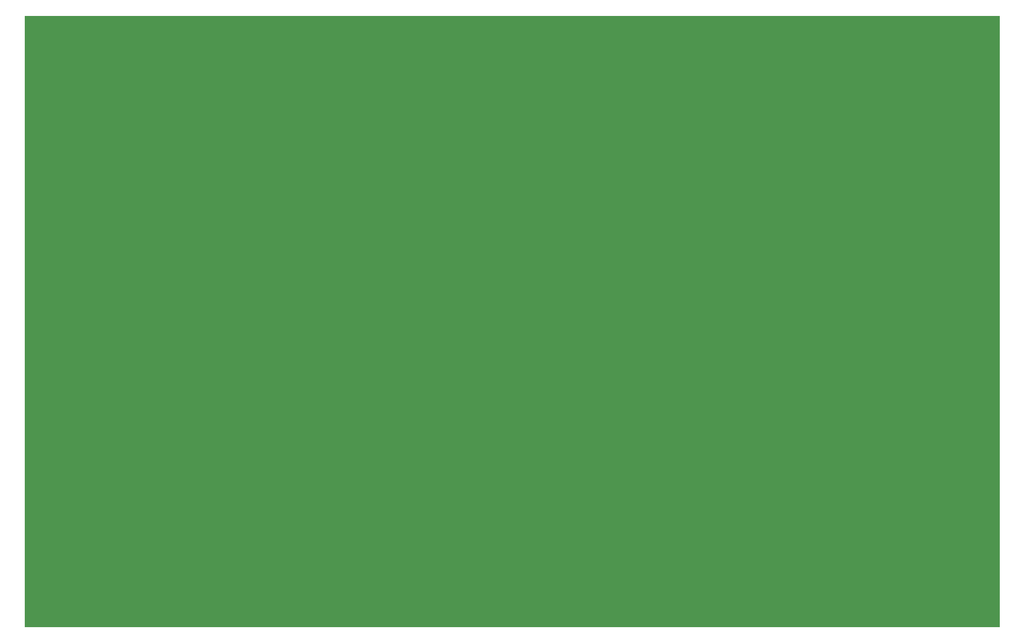
<source format=gbr>
%TF.GenerationSoftware,KiCad,Pcbnew,(5.1.8)-1*%
%TF.CreationDate,2022-01-26T04:19:40+03:00*%
%TF.ProjectId,Proto100x150,50726f74-6f31-4303-9078-3135302e6b69,rev?*%
%TF.SameCoordinates,Original*%
%TF.FileFunction,Soldermask,Bot*%
%TF.FilePolarity,Negative*%
%FSLAX46Y46*%
G04 Gerber Fmt 4.6, Leading zero omitted, Abs format (unit mm)*
G04 Created by KiCad (PCBNEW (5.1.8)-1) date 2022-01-26 04:19:40*
%MOMM*%
%LPD*%
G01*
G04 APERTURE LIST*
%ADD10C,0.100000*%
G04 APERTURE END LIST*
D10*
G36*
X180340000Y-134620000D02*
G01*
X30480000Y-134620000D01*
X30480000Y-40640000D01*
X180340000Y-40640000D01*
X180340000Y-134620000D01*
G37*
X180340000Y-134620000D02*
X30480000Y-134620000D01*
X30480000Y-40640000D01*
X180340000Y-40640000D01*
X180340000Y-134620000D01*
M02*

</source>
